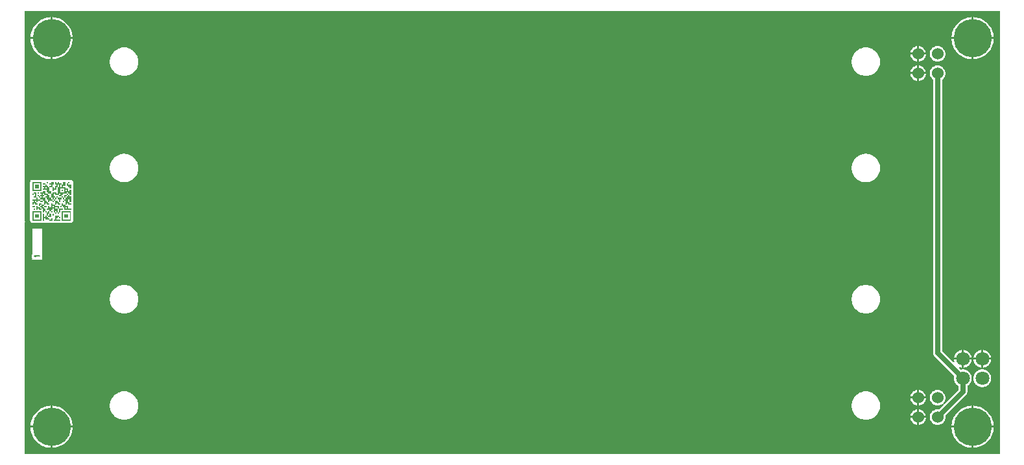
<source format=gtl>
G04 Layer: TopLayer*
G04 EasyEDA v6.5.29, 2023-07-09 11:22:14*
G04 cfc9732f681849a493c23aee7f3b8659,5a6b42c53f6a479593ecc07194224c93,10*
G04 Gerber Generator version 0.2*
G04 Scale: 100 percent, Rotated: No, Reflected: No *
G04 Dimensions in millimeters *
G04 leading zeros omitted , absolute positions ,4 integer and 5 decimal *
%FSLAX45Y45*%
%MOMM*%

%ADD10C,0.1524*%
%ADD11C,0.6350*%
%ADD12C,5.0000*%
%ADD13C,1.5240*%
%ADD14C,1.8000*%
%ADD15C,0.0168*%

%LPD*%
G36*
X12752781Y25908D02*
G01*
X36068Y26416D01*
X32156Y27178D01*
X28905Y29362D01*
X26670Y32664D01*
X25908Y36576D01*
X25908Y2555240D01*
X26670Y2559151D01*
X28905Y2562402D01*
X32156Y2564638D01*
X36068Y2565400D01*
X32156Y2566162D01*
X28905Y2568397D01*
X26670Y2571648D01*
X25908Y2575560D01*
X25908Y3050540D01*
X26670Y3054451D01*
X28905Y3057702D01*
X32156Y3059938D01*
X36068Y3060700D01*
X32156Y3061462D01*
X28905Y3063697D01*
X26670Y3066948D01*
X25908Y3070860D01*
X25908Y5805932D01*
X26670Y5809843D01*
X28905Y5813094D01*
X32156Y5815330D01*
X36068Y5816092D01*
X12752832Y5816092D01*
X12756692Y5815330D01*
X12759994Y5813094D01*
X12762179Y5809843D01*
X12762992Y5805932D01*
X12762992Y36068D01*
X12762179Y32156D01*
X12759994Y28905D01*
X12756692Y26670D01*
G37*

%LPC*%
G36*
X393700Y5473700D02*
G01*
X656539Y5473700D01*
X654710Y5495594D01*
X650849Y5518353D01*
X645109Y5540756D01*
X637540Y5562549D01*
X628142Y5583682D01*
X616966Y5603900D01*
X604215Y5623153D01*
X589838Y5641289D01*
X574040Y5658104D01*
X556869Y5673598D01*
X538429Y5687568D01*
X518922Y5699912D01*
X498449Y5710631D01*
X477164Y5719572D01*
X455168Y5726734D01*
X432714Y5732018D01*
X409854Y5735370D01*
X393700Y5736386D01*
G37*
G36*
X12392406Y105562D02*
G01*
X12392406Y368300D01*
X12129719Y368300D01*
X12130176Y357936D01*
X12133072Y334975D01*
X12137847Y312369D01*
X12144552Y290271D01*
X12153036Y268782D01*
X12163348Y248107D01*
X12175286Y228346D01*
X12188901Y209651D01*
X12203988Y192125D01*
X12220498Y175971D01*
X12238278Y161239D01*
X12257278Y148031D01*
X12277293Y136499D01*
X12298172Y126644D01*
X12319863Y118618D01*
X12342114Y112369D01*
X12364770Y108051D01*
X12387783Y105664D01*
G37*
G36*
X12417806Y105613D02*
G01*
X12433960Y106629D01*
X12456820Y109982D01*
X12479274Y115265D01*
X12501270Y122428D01*
X12522555Y131368D01*
X12543028Y142087D01*
X12562535Y154432D01*
X12580975Y168402D01*
X12598146Y183896D01*
X12613944Y200710D01*
X12628321Y218846D01*
X12641072Y238099D01*
X12652248Y258317D01*
X12661646Y279450D01*
X12669215Y301244D01*
X12674955Y323646D01*
X12678816Y346405D01*
X12680645Y368300D01*
X12417806Y368300D01*
G37*
G36*
X393700Y105613D02*
G01*
X409854Y106629D01*
X432714Y109982D01*
X455168Y115265D01*
X477164Y122428D01*
X498449Y131368D01*
X518922Y142087D01*
X538429Y154432D01*
X556869Y168402D01*
X574040Y183896D01*
X589838Y200710D01*
X604215Y218846D01*
X616966Y238099D01*
X628142Y258317D01*
X637540Y279450D01*
X645109Y301244D01*
X650849Y323646D01*
X654710Y346405D01*
X656539Y368300D01*
X393700Y368300D01*
G37*
G36*
X12129719Y393700D02*
G01*
X12392406Y393700D01*
X12392406Y656437D01*
X12387783Y656336D01*
X12364770Y653948D01*
X12342114Y649630D01*
X12319863Y643382D01*
X12298172Y635355D01*
X12277293Y625500D01*
X12257278Y613968D01*
X12238278Y600760D01*
X12220498Y586028D01*
X12203988Y569874D01*
X12188901Y552399D01*
X12175286Y533704D01*
X12163348Y513892D01*
X12153036Y493217D01*
X12144552Y471728D01*
X12137847Y449630D01*
X12133072Y427024D01*
X12130176Y404114D01*
G37*
G36*
X105613Y393700D02*
G01*
X368300Y393700D01*
X368300Y656437D01*
X363677Y656336D01*
X340664Y653948D01*
X318008Y649630D01*
X295757Y643382D01*
X274066Y635355D01*
X253187Y625500D01*
X233171Y613968D01*
X214172Y600760D01*
X196392Y586028D01*
X179882Y569874D01*
X164795Y552399D01*
X151180Y533704D01*
X139242Y513892D01*
X128930Y493217D01*
X120446Y471728D01*
X113741Y449630D01*
X108966Y427024D01*
X106070Y404114D01*
G37*
G36*
X12417806Y393700D02*
G01*
X12680645Y393700D01*
X12678816Y415594D01*
X12674955Y438353D01*
X12669215Y460756D01*
X12661646Y482549D01*
X12652248Y503682D01*
X12641072Y523900D01*
X12628321Y543153D01*
X12613944Y561289D01*
X12598146Y578104D01*
X12580975Y593598D01*
X12562535Y607568D01*
X12543028Y619912D01*
X12522555Y630631D01*
X12501270Y639572D01*
X12479274Y646734D01*
X12456820Y652018D01*
X12433960Y655370D01*
X12417806Y656386D01*
G37*
G36*
X393700Y393700D02*
G01*
X656539Y393700D01*
X654710Y415594D01*
X650849Y438353D01*
X645109Y460756D01*
X637540Y482549D01*
X628142Y503682D01*
X616966Y523900D01*
X604215Y543153D01*
X589838Y561289D01*
X574040Y578104D01*
X556869Y593598D01*
X538429Y607568D01*
X518922Y619912D01*
X498449Y630631D01*
X477164Y639572D01*
X455168Y646734D01*
X432714Y652018D01*
X409854Y655370D01*
X393700Y656386D01*
G37*
G36*
X11941048Y406146D02*
G01*
X11954713Y406146D01*
X11968226Y407974D01*
X11981383Y411581D01*
X11993930Y416915D01*
X12005665Y423875D01*
X12016384Y432308D01*
X12025833Y442112D01*
X12033910Y453085D01*
X12040463Y465074D01*
X12045391Y477774D01*
X12048540Y491032D01*
X12049912Y504596D01*
X12049455Y518261D01*
X12048896Y521462D01*
X12048896Y524662D01*
X12049861Y527710D01*
X12051741Y530301D01*
X12318542Y797153D01*
X12324994Y804722D01*
X12329871Y812901D01*
X12333325Y821740D01*
X12335306Y831189D01*
X12335764Y838504D01*
X12335764Y910031D01*
X12336322Y913384D01*
X12337948Y916330D01*
X12340437Y918616D01*
X12346228Y922223D01*
X12357404Y931519D01*
X12367361Y942136D01*
X12375946Y953922D01*
X12382957Y966673D01*
X12388291Y980186D01*
X12391948Y994308D01*
X12393777Y1008735D01*
X12393777Y1023264D01*
X12391948Y1037742D01*
X12388291Y1051814D01*
X12382957Y1065326D01*
X12375946Y1078077D01*
X12367361Y1089863D01*
X12357404Y1100480D01*
X12346228Y1109776D01*
X12333935Y1117549D01*
X12320778Y1123746D01*
X12306909Y1128268D01*
X12292634Y1130960D01*
X12278106Y1131874D01*
X12263577Y1130960D01*
X12252960Y1128979D01*
X12249708Y1128877D01*
X12246559Y1129842D01*
X12243866Y1131773D01*
X12232690Y1142949D01*
X12230303Y1146759D01*
X12229744Y1151178D01*
X12231217Y1155446D01*
X12234316Y1158646D01*
X12238532Y1160221D01*
X12243003Y1159814D01*
X12249251Y1157732D01*
X12263577Y1155039D01*
X12265406Y1154938D01*
X12265406Y1257300D01*
X12163094Y1257300D01*
X12164263Y1248308D01*
X12167768Y1234592D01*
X12167920Y1230223D01*
X12166193Y1226159D01*
X12162942Y1223264D01*
X12158776Y1221943D01*
X12154458Y1222502D01*
X12150750Y1224889D01*
X12008510Y1367129D01*
X12006326Y1370380D01*
X12005564Y1374292D01*
X12005564Y4914646D01*
X12006021Y4917643D01*
X12007342Y4920386D01*
X12009424Y4922621D01*
X12016384Y4928108D01*
X12025833Y4937912D01*
X12033910Y4948885D01*
X12040463Y4960874D01*
X12045391Y4973574D01*
X12048540Y4986832D01*
X12049912Y5000396D01*
X12049455Y5014061D01*
X12047169Y5027472D01*
X12043156Y5040528D01*
X12037415Y5052872D01*
X12030049Y5064353D01*
X12021261Y5074767D01*
X12011152Y5083962D01*
X11999925Y5091633D01*
X11987733Y5097830D01*
X11974830Y5102301D01*
X11961469Y5104993D01*
X11947906Y5105908D01*
X11934291Y5104993D01*
X11920931Y5102301D01*
X11908028Y5097830D01*
X11895836Y5091633D01*
X11884609Y5083962D01*
X11874500Y5074767D01*
X11865711Y5064353D01*
X11858345Y5052872D01*
X11852605Y5040528D01*
X11848592Y5027472D01*
X11846306Y5014061D01*
X11845848Y5000396D01*
X11847220Y4986832D01*
X11850370Y4973574D01*
X11855297Y4960874D01*
X11861850Y4948885D01*
X11869928Y4937912D01*
X11879427Y4928108D01*
X11886387Y4922621D01*
X11888470Y4920386D01*
X11889790Y4917643D01*
X11890248Y4914646D01*
X11890248Y1346606D01*
X11891060Y1336700D01*
X11893397Y1327505D01*
X11897207Y1318768D01*
X11902490Y1310690D01*
X11907367Y1305204D01*
X12162332Y1050239D01*
X12164314Y1047394D01*
X12165228Y1043990D01*
X12164974Y1040536D01*
X12164263Y1037742D01*
X12162434Y1023264D01*
X12162434Y1008735D01*
X12164263Y994308D01*
X12167870Y980186D01*
X12173254Y966673D01*
X12180265Y953922D01*
X12188799Y942136D01*
X12198756Y931519D01*
X12209983Y922223D01*
X12215723Y918616D01*
X12218212Y916330D01*
X12219889Y913384D01*
X12220448Y910031D01*
X12220448Y866292D01*
X12219635Y862380D01*
X12217450Y859129D01*
X12041073Y682752D01*
X12037466Y680415D01*
X12033199Y679754D01*
X12030354Y680618D01*
X12031167Y677875D01*
X12030557Y673557D01*
X12028220Y669899D01*
X11970359Y612038D01*
X11966752Y609701D01*
X11962485Y609092D01*
X11947855Y610108D01*
X11934291Y609193D01*
X11920931Y606501D01*
X11908028Y602030D01*
X11895836Y595833D01*
X11884609Y588162D01*
X11874500Y578967D01*
X11865711Y568553D01*
X11858345Y557072D01*
X11852605Y544728D01*
X11848592Y531672D01*
X11846306Y518261D01*
X11845848Y504596D01*
X11847220Y491032D01*
X11850370Y477774D01*
X11855297Y465074D01*
X11861850Y453085D01*
X11869928Y442112D01*
X11879427Y432308D01*
X11890095Y423875D01*
X11901830Y416915D01*
X11914378Y411581D01*
X11927535Y407974D01*
G37*
G36*
X11681206Y406958D02*
G01*
X11681206Y495300D01*
X11592814Y495300D01*
X11593220Y491032D01*
X11596370Y477774D01*
X11601297Y465074D01*
X11607850Y453085D01*
X11615928Y442112D01*
X11625427Y432308D01*
X11636095Y423875D01*
X11647830Y416915D01*
X11660378Y411581D01*
X11673535Y407974D01*
G37*
G36*
X11706606Y406958D02*
G01*
X11714226Y407974D01*
X11727383Y411581D01*
X11739930Y416915D01*
X11751665Y423875D01*
X11762384Y432308D01*
X11771833Y442112D01*
X11779910Y453085D01*
X11786463Y465074D01*
X11791391Y477774D01*
X11794540Y491032D01*
X11794998Y495300D01*
X11706606Y495300D01*
G37*
G36*
X11001095Y472744D02*
G01*
X11019942Y472744D01*
X11038687Y474624D01*
X11057128Y478434D01*
X11075060Y484073D01*
X11092383Y491490D01*
X11108842Y500634D01*
X11124285Y511403D01*
X11138611Y523646D01*
X11151565Y537311D01*
X11163096Y552196D01*
X11173053Y568198D01*
X11181334Y585063D01*
X11187887Y602742D01*
X11192611Y620979D01*
X11195456Y639572D01*
X11196421Y658368D01*
X11195456Y677214D01*
X11192611Y695807D01*
X11187887Y714044D01*
X11181334Y731723D01*
X11173053Y748588D01*
X11163096Y764590D01*
X11151565Y779475D01*
X11138611Y793140D01*
X11124285Y805383D01*
X11108842Y816152D01*
X11092383Y825296D01*
X11075060Y832713D01*
X11057128Y838352D01*
X11038687Y842162D01*
X11019942Y844042D01*
X11001095Y844042D01*
X10982350Y842162D01*
X10963910Y838352D01*
X10945977Y832713D01*
X10928654Y825296D01*
X10912195Y816152D01*
X10896752Y805383D01*
X10882426Y793140D01*
X10869472Y779475D01*
X10857941Y764590D01*
X10847984Y748588D01*
X10839704Y731723D01*
X10833150Y714044D01*
X10828426Y695807D01*
X10825581Y677214D01*
X10824616Y658368D01*
X10825581Y639572D01*
X10828426Y620979D01*
X10833150Y602742D01*
X10839704Y585063D01*
X10847984Y568198D01*
X10857941Y552196D01*
X10869472Y537311D01*
X10882426Y523646D01*
X10896752Y511403D01*
X10912195Y500634D01*
X10928654Y491490D01*
X10945977Y484073D01*
X10963910Y478434D01*
X10982350Y474624D01*
G37*
G36*
X1317955Y472744D02*
G01*
X1336751Y472744D01*
X1355496Y474624D01*
X1373936Y478434D01*
X1391920Y484073D01*
X1409242Y491490D01*
X1425702Y500634D01*
X1441145Y511403D01*
X1455420Y523646D01*
X1468424Y537311D01*
X1479905Y552196D01*
X1489913Y568198D01*
X1498193Y585063D01*
X1504746Y602742D01*
X1509420Y620979D01*
X1512316Y639572D01*
X1513230Y658368D01*
X1512316Y677214D01*
X1509420Y695807D01*
X1504746Y714044D01*
X1498193Y731723D01*
X1489913Y748588D01*
X1479905Y764590D01*
X1468424Y779475D01*
X1455420Y793140D01*
X1441145Y805383D01*
X1425702Y816152D01*
X1409242Y825296D01*
X1391920Y832713D01*
X1373936Y838352D01*
X1355496Y842162D01*
X1336751Y844042D01*
X1317955Y844042D01*
X1299210Y842162D01*
X1280769Y838352D01*
X1262786Y832713D01*
X1245463Y825296D01*
X1229004Y816152D01*
X1213561Y805383D01*
X1199286Y793140D01*
X1186281Y779475D01*
X1174800Y764590D01*
X1164793Y748588D01*
X1156512Y731723D01*
X1149959Y714044D01*
X1145286Y695807D01*
X1142390Y677214D01*
X1141476Y658368D01*
X1142390Y639572D01*
X1145286Y620979D01*
X1149959Y602742D01*
X1156512Y585063D01*
X1164793Y568198D01*
X1174800Y552196D01*
X1186281Y537311D01*
X1199286Y523646D01*
X1213561Y511403D01*
X1229004Y500634D01*
X1245463Y491490D01*
X1262786Y484073D01*
X1280769Y478434D01*
X1299210Y474624D01*
G37*
G36*
X11592712Y520700D02*
G01*
X11681206Y520700D01*
X11681206Y609244D01*
X11666931Y606501D01*
X11654028Y602030D01*
X11641836Y595833D01*
X11630609Y588162D01*
X11620500Y578967D01*
X11611711Y568553D01*
X11604345Y557072D01*
X11598605Y544728D01*
X11594592Y531672D01*
G37*
G36*
X11706606Y520700D02*
G01*
X11795048Y520700D01*
X11793169Y531672D01*
X11789156Y544728D01*
X11783415Y557072D01*
X11776049Y568553D01*
X11767261Y578967D01*
X11757152Y588162D01*
X11745925Y595833D01*
X11733733Y602030D01*
X11720830Y606501D01*
X11706606Y609244D01*
G37*
G36*
X12417806Y5473700D02*
G01*
X12680645Y5473700D01*
X12678816Y5495594D01*
X12674955Y5518353D01*
X12669215Y5540756D01*
X12661646Y5562549D01*
X12652248Y5583682D01*
X12641072Y5603900D01*
X12628321Y5623153D01*
X12613944Y5641289D01*
X12598146Y5658104D01*
X12580975Y5673598D01*
X12562535Y5687568D01*
X12543028Y5699912D01*
X12522555Y5710631D01*
X12501270Y5719572D01*
X12479274Y5726734D01*
X12456820Y5732018D01*
X12433960Y5735370D01*
X12417806Y5736386D01*
G37*
G36*
X11941048Y660146D02*
G01*
X11954713Y660146D01*
X11968226Y661974D01*
X11981383Y665581D01*
X11993930Y670915D01*
X12005665Y677875D01*
X12014758Y685038D01*
X12018670Y686917D01*
X12023039Y687019D01*
X12024614Y686358D01*
X12023953Y687679D01*
X12023953Y691997D01*
X12025731Y695960D01*
X12033910Y707085D01*
X12040463Y719074D01*
X12045391Y731774D01*
X12048540Y745032D01*
X12049912Y758596D01*
X12049455Y772261D01*
X12047169Y785672D01*
X12043156Y798728D01*
X12037415Y811072D01*
X12030049Y822553D01*
X12021261Y832967D01*
X12011152Y842162D01*
X11999925Y849833D01*
X11987733Y856030D01*
X11974830Y860501D01*
X11961469Y863193D01*
X11947906Y864108D01*
X11934291Y863193D01*
X11920931Y860501D01*
X11908028Y856030D01*
X11895836Y849833D01*
X11884609Y842162D01*
X11874500Y832967D01*
X11865711Y822553D01*
X11858345Y811072D01*
X11852605Y798728D01*
X11848592Y785672D01*
X11846306Y772261D01*
X11845848Y758596D01*
X11847220Y745032D01*
X11850370Y731774D01*
X11855297Y719074D01*
X11861850Y707085D01*
X11869928Y696112D01*
X11879427Y686308D01*
X11890095Y677875D01*
X11901830Y670915D01*
X11914378Y665581D01*
X11927535Y661974D01*
G37*
G36*
X11681206Y660958D02*
G01*
X11681206Y749300D01*
X11592814Y749300D01*
X11593220Y745032D01*
X11596370Y731774D01*
X11601297Y719074D01*
X11607850Y707085D01*
X11615928Y696112D01*
X11625427Y686308D01*
X11636095Y677875D01*
X11647830Y670915D01*
X11660378Y665581D01*
X11673535Y661974D01*
G37*
G36*
X11706606Y660958D02*
G01*
X11714226Y661974D01*
X11727383Y665581D01*
X11739930Y670915D01*
X11751665Y677875D01*
X11762384Y686308D01*
X11771833Y696112D01*
X11779910Y707085D01*
X11786463Y719074D01*
X11791391Y731774D01*
X11794540Y745032D01*
X11794998Y749300D01*
X11706606Y749300D01*
G37*
G36*
X105613Y5473700D02*
G01*
X368300Y5473700D01*
X368300Y5736437D01*
X363677Y5736336D01*
X340664Y5733948D01*
X318008Y5729630D01*
X295757Y5723382D01*
X274066Y5715355D01*
X253187Y5705500D01*
X233171Y5693968D01*
X214172Y5680760D01*
X196392Y5666028D01*
X179882Y5649874D01*
X164795Y5632399D01*
X151180Y5613704D01*
X139242Y5593892D01*
X128930Y5573217D01*
X120446Y5551728D01*
X113741Y5529630D01*
X108966Y5507024D01*
X106070Y5484114D01*
G37*
G36*
X12129719Y5473700D02*
G01*
X12392406Y5473700D01*
X12392406Y5736437D01*
X12387783Y5736336D01*
X12364770Y5733948D01*
X12342114Y5729630D01*
X12319863Y5723382D01*
X12298172Y5715355D01*
X12277293Y5705500D01*
X12257278Y5693968D01*
X12238278Y5680760D01*
X12220498Y5666028D01*
X12203988Y5649874D01*
X12188901Y5632399D01*
X12175286Y5613704D01*
X12163348Y5593892D01*
X12153036Y5573217D01*
X12144552Y5551728D01*
X12137847Y5529630D01*
X12133072Y5507024D01*
X12130176Y5484114D01*
G37*
G36*
X11706606Y774700D02*
G01*
X11795048Y774700D01*
X11793169Y785672D01*
X11789156Y798728D01*
X11783415Y811072D01*
X11776049Y822553D01*
X11767261Y832967D01*
X11757152Y842162D01*
X11745925Y849833D01*
X11733733Y856030D01*
X11720830Y860501D01*
X11706606Y863244D01*
G37*
G36*
X11592712Y774700D02*
G01*
X11681206Y774700D01*
X11681206Y863244D01*
X11666931Y860501D01*
X11654028Y856030D01*
X11641836Y849833D01*
X11630609Y842162D01*
X11620500Y832967D01*
X11611711Y822553D01*
X11604345Y811072D01*
X11598605Y798728D01*
X11594592Y785672D01*
G37*
G36*
X12532106Y900125D02*
G01*
X12546634Y901039D01*
X12560909Y903732D01*
X12574778Y908253D01*
X12587935Y914450D01*
X12600228Y922223D01*
X12611404Y931519D01*
X12621361Y942136D01*
X12629946Y953922D01*
X12636957Y966673D01*
X12642291Y980186D01*
X12645948Y994308D01*
X12647777Y1008735D01*
X12647777Y1023264D01*
X12645948Y1037742D01*
X12642291Y1051814D01*
X12636957Y1065326D01*
X12629946Y1078077D01*
X12621361Y1089863D01*
X12611404Y1100480D01*
X12600228Y1109776D01*
X12587935Y1117549D01*
X12574778Y1123746D01*
X12560909Y1128268D01*
X12546634Y1130960D01*
X12532106Y1131874D01*
X12517577Y1130960D01*
X12503251Y1128268D01*
X12489434Y1123746D01*
X12476276Y1117549D01*
X12463983Y1109776D01*
X12452756Y1100480D01*
X12442799Y1089863D01*
X12434265Y1078077D01*
X12427254Y1065326D01*
X12421870Y1051814D01*
X12418263Y1037742D01*
X12416434Y1023264D01*
X12416434Y1008735D01*
X12418263Y994308D01*
X12421870Y980186D01*
X12427254Y966673D01*
X12434265Y953922D01*
X12442799Y942136D01*
X12452756Y931519D01*
X12463983Y922223D01*
X12476276Y914450D01*
X12489434Y908253D01*
X12503251Y903732D01*
X12517577Y901039D01*
G37*
G36*
X11706606Y5270500D02*
G01*
X11795048Y5270500D01*
X11793169Y5281472D01*
X11789156Y5294528D01*
X11783415Y5306872D01*
X11776049Y5318353D01*
X11767261Y5328767D01*
X11757152Y5337962D01*
X11745925Y5345633D01*
X11733733Y5351830D01*
X11720830Y5356301D01*
X11706606Y5359044D01*
G37*
G36*
X12519406Y1154938D02*
G01*
X12519406Y1257300D01*
X12417094Y1257300D01*
X12418263Y1248308D01*
X12421870Y1234186D01*
X12427254Y1220673D01*
X12434265Y1207922D01*
X12442799Y1196136D01*
X12452756Y1185519D01*
X12463983Y1176223D01*
X12476276Y1168450D01*
X12489434Y1162253D01*
X12503251Y1157732D01*
X12517577Y1155039D01*
G37*
G36*
X12290806Y1154938D02*
G01*
X12292634Y1155039D01*
X12306909Y1157732D01*
X12320778Y1162253D01*
X12333935Y1168450D01*
X12346228Y1176223D01*
X12357404Y1185519D01*
X12367361Y1196136D01*
X12375946Y1207922D01*
X12382957Y1220673D01*
X12388291Y1234186D01*
X12391948Y1248308D01*
X12393066Y1257300D01*
X12290806Y1257300D01*
G37*
G36*
X12544806Y1154938D02*
G01*
X12546634Y1155039D01*
X12560909Y1157732D01*
X12574778Y1162253D01*
X12587935Y1168450D01*
X12600228Y1176223D01*
X12611404Y1185519D01*
X12621361Y1196136D01*
X12629946Y1207922D01*
X12636957Y1220673D01*
X12642291Y1234186D01*
X12645948Y1248308D01*
X12647066Y1257300D01*
X12544806Y1257300D01*
G37*
G36*
X11592712Y5270500D02*
G01*
X11681206Y5270500D01*
X11681206Y5359044D01*
X11666931Y5356301D01*
X11654028Y5351830D01*
X11641836Y5345633D01*
X11630609Y5337962D01*
X11620500Y5328767D01*
X11611711Y5318353D01*
X11604345Y5306872D01*
X11598605Y5294528D01*
X11594592Y5281472D01*
G37*
G36*
X368300Y105562D02*
G01*
X368300Y368300D01*
X105613Y368300D01*
X106070Y357936D01*
X108966Y334975D01*
X113741Y312369D01*
X120446Y290271D01*
X128930Y268782D01*
X139242Y248107D01*
X151180Y228346D01*
X164795Y209651D01*
X179882Y192125D01*
X196392Y175971D01*
X214172Y161239D01*
X233171Y148031D01*
X253187Y136499D01*
X274066Y126644D01*
X295757Y118618D01*
X318008Y112369D01*
X340664Y108051D01*
X363677Y105664D01*
G37*
G36*
X12417094Y1282700D02*
G01*
X12519406Y1282700D01*
X12519406Y1385112D01*
X12517577Y1384960D01*
X12503251Y1382268D01*
X12489434Y1377746D01*
X12476276Y1371549D01*
X12463983Y1363776D01*
X12452756Y1354480D01*
X12442799Y1343863D01*
X12434265Y1332077D01*
X12427254Y1319326D01*
X12421870Y1305814D01*
X12418263Y1291742D01*
G37*
G36*
X12290806Y1282700D02*
G01*
X12393066Y1282700D01*
X12391948Y1291742D01*
X12388291Y1305814D01*
X12382957Y1319326D01*
X12375946Y1332077D01*
X12367361Y1343863D01*
X12357404Y1354480D01*
X12346228Y1363776D01*
X12333935Y1371549D01*
X12320778Y1377746D01*
X12306909Y1382268D01*
X12292634Y1384960D01*
X12290806Y1385112D01*
G37*
G36*
X12544806Y1282700D02*
G01*
X12647066Y1282700D01*
X12645948Y1291742D01*
X12642291Y1305814D01*
X12636957Y1319326D01*
X12629946Y1332077D01*
X12621361Y1343863D01*
X12611404Y1354480D01*
X12600228Y1363776D01*
X12587935Y1371549D01*
X12574778Y1377746D01*
X12560909Y1382268D01*
X12546634Y1384960D01*
X12544806Y1385112D01*
G37*
G36*
X12163094Y1282700D02*
G01*
X12265406Y1282700D01*
X12265406Y1385112D01*
X12263577Y1384960D01*
X12249251Y1382268D01*
X12235434Y1377746D01*
X12222276Y1371549D01*
X12209983Y1363776D01*
X12198756Y1354480D01*
X12188799Y1343863D01*
X12180265Y1332077D01*
X12173254Y1319326D01*
X12167870Y1305814D01*
X12164263Y1291742D01*
G37*
G36*
X11001095Y1862734D02*
G01*
X11019942Y1862734D01*
X11038687Y1864614D01*
X11057128Y1868424D01*
X11075060Y1874062D01*
X11092383Y1881479D01*
X11108842Y1890623D01*
X11124285Y1901393D01*
X11138611Y1913636D01*
X11151565Y1927301D01*
X11163096Y1942185D01*
X11173053Y1958187D01*
X11181334Y1975053D01*
X11187887Y1992731D01*
X11192611Y2010968D01*
X11195456Y2029561D01*
X11196421Y2048357D01*
X11195456Y2067204D01*
X11192611Y2085797D01*
X11187887Y2104034D01*
X11181334Y2121712D01*
X11173053Y2138578D01*
X11163096Y2154580D01*
X11151565Y2169464D01*
X11138611Y2183130D01*
X11124285Y2195372D01*
X11108842Y2206142D01*
X11092383Y2215286D01*
X11075060Y2222703D01*
X11057128Y2228342D01*
X11038687Y2232152D01*
X11019942Y2234031D01*
X11001095Y2234031D01*
X10982350Y2232152D01*
X10963910Y2228342D01*
X10945977Y2222703D01*
X10928654Y2215286D01*
X10912195Y2206142D01*
X10896752Y2195372D01*
X10882426Y2183130D01*
X10869472Y2169464D01*
X10857941Y2154580D01*
X10847984Y2138578D01*
X10839704Y2121712D01*
X10833150Y2104034D01*
X10828426Y2085797D01*
X10825581Y2067204D01*
X10824616Y2048357D01*
X10825581Y2029561D01*
X10828426Y2010968D01*
X10833150Y1992731D01*
X10839704Y1975053D01*
X10847984Y1958187D01*
X10857941Y1942185D01*
X10869472Y1927301D01*
X10882426Y1913636D01*
X10896752Y1901393D01*
X10912195Y1890623D01*
X10928654Y1881479D01*
X10945977Y1874062D01*
X10963910Y1868424D01*
X10982350Y1864614D01*
G37*
G36*
X1317955Y1862734D02*
G01*
X1336751Y1862734D01*
X1355496Y1864614D01*
X1373936Y1868424D01*
X1391920Y1874062D01*
X1409242Y1881479D01*
X1425702Y1890623D01*
X1441145Y1901393D01*
X1455420Y1913636D01*
X1468424Y1927301D01*
X1479905Y1942185D01*
X1489913Y1958187D01*
X1498193Y1975053D01*
X1504746Y1992731D01*
X1509420Y2010968D01*
X1512316Y2029561D01*
X1513230Y2048357D01*
X1512316Y2067204D01*
X1509420Y2085797D01*
X1504746Y2104034D01*
X1498193Y2121712D01*
X1489913Y2138578D01*
X1479905Y2154580D01*
X1468424Y2169464D01*
X1455420Y2183130D01*
X1441145Y2195372D01*
X1425702Y2206142D01*
X1409242Y2215286D01*
X1391920Y2222703D01*
X1373936Y2228342D01*
X1355496Y2232152D01*
X1336751Y2234031D01*
X1317955Y2234031D01*
X1299210Y2232152D01*
X1280769Y2228342D01*
X1262786Y2222703D01*
X1245463Y2215286D01*
X1229004Y2206142D01*
X1213561Y2195372D01*
X1199286Y2183130D01*
X1186281Y2169464D01*
X1174800Y2154580D01*
X1164793Y2138578D01*
X1156512Y2121712D01*
X1149959Y2104034D01*
X1145286Y2085797D01*
X1142390Y2067204D01*
X1141476Y2048357D01*
X1142390Y2029561D01*
X1145286Y2010968D01*
X1149959Y1992731D01*
X1156512Y1975053D01*
X1164793Y1958187D01*
X1174800Y1942185D01*
X1186281Y1927301D01*
X1199286Y1913636D01*
X1213561Y1901393D01*
X1229004Y1890623D01*
X1245463Y1881479D01*
X1262786Y1874062D01*
X1280769Y1868424D01*
X1299210Y1864614D01*
G37*
G36*
X116839Y2565400D02*
G01*
X252984Y2565400D01*
X254000Y2566416D01*
X254000Y2579065D01*
X254406Y2581859D01*
X255676Y2584653D01*
X257606Y2590139D01*
X258317Y2596438D01*
X258317Y2626563D01*
X257606Y2632862D01*
X254406Y2641142D01*
X254000Y2643936D01*
X254000Y2970784D01*
X252984Y2971800D01*
X128016Y2971800D01*
X127000Y2970784D01*
X127000Y2639822D01*
X126441Y2636469D01*
X125171Y2632862D01*
X124460Y2626563D01*
X124460Y2596438D01*
X125171Y2590139D01*
X126441Y2586532D01*
X127000Y2583180D01*
X127000Y2575560D01*
X126237Y2571648D01*
X124002Y2568397D01*
X120751Y2566162D01*
G37*
G36*
X127558Y3050438D02*
G01*
X634441Y3050438D01*
X640791Y3051149D01*
X646226Y3053080D01*
X651103Y3056128D01*
X655218Y3060242D01*
X658317Y3065119D01*
X660196Y3070606D01*
X660908Y3076905D01*
X660908Y3583787D01*
X660196Y3590086D01*
X658317Y3595573D01*
X655218Y3600450D01*
X651103Y3604564D01*
X646226Y3607612D01*
X640791Y3609543D01*
X634441Y3610254D01*
X127558Y3610254D01*
X121259Y3609543D01*
X115062Y3607358D01*
X111709Y3606800D01*
X102616Y3606800D01*
X101600Y3605784D01*
X101549Y3587648D01*
X101092Y3583787D01*
X101092Y3076803D01*
X101549Y3071774D01*
X101092Y3067608D01*
X98958Y3064002D01*
X95554Y3061563D01*
X91440Y3060700D01*
X102108Y3060700D01*
X106019Y3059938D01*
X109321Y3057702D01*
X110896Y3056128D01*
X115773Y3053080D01*
X121259Y3051149D01*
G37*
G36*
X11001095Y3578555D02*
G01*
X11019942Y3578555D01*
X11038687Y3580434D01*
X11057128Y3584244D01*
X11075060Y3589883D01*
X11092383Y3597300D01*
X11108842Y3606444D01*
X11124285Y3617214D01*
X11138611Y3629456D01*
X11151565Y3643122D01*
X11163096Y3658006D01*
X11173053Y3674008D01*
X11181334Y3690874D01*
X11187887Y3708552D01*
X11192611Y3726789D01*
X11195456Y3745382D01*
X11196421Y3764178D01*
X11195456Y3783025D01*
X11192611Y3801618D01*
X11187887Y3819855D01*
X11181334Y3837533D01*
X11173053Y3854399D01*
X11163096Y3870401D01*
X11151565Y3885285D01*
X11138611Y3898950D01*
X11124285Y3911193D01*
X11108842Y3921963D01*
X11092383Y3931107D01*
X11075060Y3938524D01*
X11057128Y3944162D01*
X11038687Y3947972D01*
X11019942Y3949852D01*
X11001095Y3949852D01*
X10982350Y3947972D01*
X10963910Y3944162D01*
X10945977Y3938524D01*
X10928654Y3931107D01*
X10912195Y3921963D01*
X10896752Y3911193D01*
X10882426Y3898950D01*
X10869472Y3885285D01*
X10857941Y3870401D01*
X10847984Y3854399D01*
X10839704Y3837533D01*
X10833150Y3819855D01*
X10828426Y3801618D01*
X10825581Y3783025D01*
X10824616Y3764178D01*
X10825581Y3745382D01*
X10828426Y3726789D01*
X10833150Y3708552D01*
X10839704Y3690874D01*
X10847984Y3674008D01*
X10857941Y3658006D01*
X10869472Y3643122D01*
X10882426Y3629456D01*
X10896752Y3617214D01*
X10912195Y3606444D01*
X10928654Y3597300D01*
X10945977Y3589883D01*
X10963910Y3584244D01*
X10982350Y3580434D01*
G37*
G36*
X1317955Y3578555D02*
G01*
X1336751Y3578555D01*
X1355496Y3580434D01*
X1373936Y3584244D01*
X1391920Y3589883D01*
X1409242Y3597300D01*
X1425702Y3606444D01*
X1441145Y3617214D01*
X1455420Y3629456D01*
X1468424Y3643122D01*
X1479905Y3658006D01*
X1489913Y3674008D01*
X1498193Y3690874D01*
X1504746Y3708552D01*
X1509420Y3726789D01*
X1512316Y3745382D01*
X1513230Y3764178D01*
X1512316Y3783025D01*
X1509420Y3801618D01*
X1504746Y3819855D01*
X1498193Y3837533D01*
X1489913Y3854399D01*
X1479905Y3870401D01*
X1468424Y3885285D01*
X1455420Y3898950D01*
X1441145Y3911193D01*
X1425702Y3921963D01*
X1409242Y3931107D01*
X1391920Y3938524D01*
X1373936Y3944162D01*
X1355496Y3947972D01*
X1336751Y3949852D01*
X1317955Y3949852D01*
X1299210Y3947972D01*
X1280769Y3944162D01*
X1262786Y3938524D01*
X1245463Y3931107D01*
X1229004Y3921963D01*
X1213561Y3911193D01*
X1199286Y3898950D01*
X1186281Y3885285D01*
X1174800Y3870401D01*
X1164793Y3854399D01*
X1156512Y3837533D01*
X1149959Y3819855D01*
X1145286Y3801618D01*
X1142390Y3783025D01*
X1141476Y3764178D01*
X1142390Y3745382D01*
X1145286Y3726789D01*
X1149959Y3708552D01*
X1156512Y3690874D01*
X1164793Y3674008D01*
X1174800Y3658006D01*
X1186281Y3643122D01*
X1199286Y3629456D01*
X1213561Y3617214D01*
X1229004Y3606444D01*
X1245463Y3597300D01*
X1262786Y3589883D01*
X1280769Y3584244D01*
X1299210Y3580434D01*
G37*
G36*
X11681206Y4902758D02*
G01*
X11681206Y4991100D01*
X11592814Y4991100D01*
X11593220Y4986832D01*
X11596370Y4973574D01*
X11601297Y4960874D01*
X11607850Y4948885D01*
X11615928Y4937912D01*
X11625427Y4928108D01*
X11636095Y4919675D01*
X11647830Y4912715D01*
X11660378Y4907381D01*
X11673535Y4903774D01*
G37*
G36*
X11706606Y4902758D02*
G01*
X11714226Y4903774D01*
X11727383Y4907381D01*
X11739930Y4912715D01*
X11751665Y4919675D01*
X11762384Y4928108D01*
X11771833Y4937912D01*
X11779910Y4948885D01*
X11786463Y4960874D01*
X11791391Y4973574D01*
X11794540Y4986832D01*
X11794998Y4991100D01*
X11706606Y4991100D01*
G37*
G36*
X11001095Y4968544D02*
G01*
X11019942Y4968544D01*
X11038687Y4970424D01*
X11057128Y4974234D01*
X11075060Y4979873D01*
X11092383Y4987290D01*
X11108842Y4996434D01*
X11124285Y5007203D01*
X11138611Y5019446D01*
X11151565Y5033111D01*
X11163096Y5047996D01*
X11173053Y5063998D01*
X11181334Y5080863D01*
X11187887Y5098542D01*
X11192611Y5116779D01*
X11195456Y5135372D01*
X11196421Y5154168D01*
X11195456Y5173014D01*
X11192611Y5191607D01*
X11187887Y5209844D01*
X11181334Y5227523D01*
X11173053Y5244388D01*
X11163096Y5260390D01*
X11151565Y5275275D01*
X11138611Y5288940D01*
X11124285Y5301183D01*
X11108842Y5311952D01*
X11092383Y5321096D01*
X11075060Y5328513D01*
X11057128Y5334152D01*
X11038687Y5337962D01*
X11019942Y5339842D01*
X11001095Y5339842D01*
X10982350Y5337962D01*
X10963910Y5334152D01*
X10945977Y5328513D01*
X10928654Y5321096D01*
X10912195Y5311952D01*
X10896752Y5301183D01*
X10882426Y5288940D01*
X10869472Y5275275D01*
X10857941Y5260390D01*
X10847984Y5244388D01*
X10839704Y5227523D01*
X10833150Y5209844D01*
X10828426Y5191607D01*
X10825581Y5173014D01*
X10824616Y5154168D01*
X10825581Y5135372D01*
X10828426Y5116779D01*
X10833150Y5098542D01*
X10839704Y5080863D01*
X10847984Y5063998D01*
X10857941Y5047996D01*
X10869472Y5033111D01*
X10882426Y5019446D01*
X10896752Y5007203D01*
X10912195Y4996434D01*
X10928654Y4987290D01*
X10945977Y4979873D01*
X10963910Y4974234D01*
X10982350Y4970424D01*
G37*
G36*
X1317955Y4968544D02*
G01*
X1336751Y4968544D01*
X1355496Y4970424D01*
X1373936Y4974234D01*
X1391920Y4979873D01*
X1409242Y4987290D01*
X1425702Y4996434D01*
X1441145Y5007203D01*
X1455420Y5019446D01*
X1468424Y5033111D01*
X1479905Y5047996D01*
X1489913Y5063998D01*
X1498193Y5080863D01*
X1504746Y5098542D01*
X1509420Y5116779D01*
X1512316Y5135372D01*
X1513230Y5154168D01*
X1512316Y5173014D01*
X1509420Y5191607D01*
X1504746Y5209844D01*
X1498193Y5227523D01*
X1489913Y5244388D01*
X1479905Y5260390D01*
X1468424Y5275275D01*
X1455420Y5288940D01*
X1441145Y5301183D01*
X1425702Y5311952D01*
X1409242Y5321096D01*
X1391920Y5328513D01*
X1373936Y5334152D01*
X1355496Y5337962D01*
X1336751Y5339842D01*
X1317955Y5339842D01*
X1299210Y5337962D01*
X1280769Y5334152D01*
X1262786Y5328513D01*
X1245463Y5321096D01*
X1229004Y5311952D01*
X1213561Y5301183D01*
X1199286Y5288940D01*
X1186281Y5275275D01*
X1174800Y5260390D01*
X1164793Y5244388D01*
X1156512Y5227523D01*
X1149959Y5209844D01*
X1145286Y5191607D01*
X1142390Y5173014D01*
X1141476Y5154168D01*
X1142390Y5135372D01*
X1145286Y5116779D01*
X1149959Y5098542D01*
X1156512Y5080863D01*
X1164793Y5063998D01*
X1174800Y5047996D01*
X1186281Y5033111D01*
X1199286Y5019446D01*
X1213561Y5007203D01*
X1229004Y4996434D01*
X1245463Y4987290D01*
X1262786Y4979873D01*
X1280769Y4974234D01*
X1299210Y4970424D01*
G37*
G36*
X11592712Y5016500D02*
G01*
X11681206Y5016500D01*
X11681206Y5105044D01*
X11666931Y5102301D01*
X11654028Y5097830D01*
X11641836Y5091633D01*
X11630609Y5083962D01*
X11620500Y5074767D01*
X11611711Y5064353D01*
X11604345Y5052872D01*
X11598605Y5040528D01*
X11594592Y5027472D01*
G37*
G36*
X11706606Y5016500D02*
G01*
X11795048Y5016500D01*
X11793169Y5027472D01*
X11789156Y5040528D01*
X11783415Y5052872D01*
X11776049Y5064353D01*
X11767261Y5074767D01*
X11757152Y5083962D01*
X11745925Y5091633D01*
X11733733Y5097830D01*
X11720830Y5102301D01*
X11706606Y5105044D01*
G37*
G36*
X11941048Y5155946D02*
G01*
X11954713Y5155946D01*
X11968226Y5157774D01*
X11981383Y5161381D01*
X11993930Y5166715D01*
X12005665Y5173675D01*
X12016384Y5182108D01*
X12025833Y5191912D01*
X12033910Y5202885D01*
X12040463Y5214874D01*
X12045391Y5227574D01*
X12048540Y5240832D01*
X12049912Y5254396D01*
X12049455Y5268061D01*
X12047169Y5281472D01*
X12043156Y5294528D01*
X12037415Y5306872D01*
X12030049Y5318353D01*
X12021261Y5328767D01*
X12011152Y5337962D01*
X11999925Y5345633D01*
X11987733Y5351830D01*
X11974830Y5356301D01*
X11961469Y5358993D01*
X11947906Y5359908D01*
X11934291Y5358993D01*
X11920931Y5356301D01*
X11908028Y5351830D01*
X11895836Y5345633D01*
X11884609Y5337962D01*
X11874500Y5328767D01*
X11865711Y5318353D01*
X11858345Y5306872D01*
X11852605Y5294528D01*
X11848592Y5281472D01*
X11846306Y5268061D01*
X11845848Y5254396D01*
X11847220Y5240832D01*
X11850370Y5227574D01*
X11855297Y5214874D01*
X11861850Y5202885D01*
X11869928Y5191912D01*
X11879427Y5182108D01*
X11890095Y5173675D01*
X11901830Y5166715D01*
X11914378Y5161381D01*
X11927535Y5157774D01*
G37*
G36*
X11681206Y5156758D02*
G01*
X11681206Y5245100D01*
X11592814Y5245100D01*
X11593220Y5240832D01*
X11596370Y5227574D01*
X11601297Y5214874D01*
X11607850Y5202885D01*
X11615928Y5191912D01*
X11625427Y5182108D01*
X11636095Y5173675D01*
X11647830Y5166715D01*
X11660378Y5161381D01*
X11673535Y5157774D01*
G37*
G36*
X11706606Y5156758D02*
G01*
X11714226Y5157774D01*
X11727383Y5161381D01*
X11739930Y5166715D01*
X11751665Y5173675D01*
X11762384Y5182108D01*
X11771833Y5191912D01*
X11779910Y5202885D01*
X11786463Y5214874D01*
X11791391Y5227574D01*
X11794540Y5240832D01*
X11794998Y5245100D01*
X11706606Y5245100D01*
G37*
G36*
X12392406Y5185562D02*
G01*
X12392406Y5448300D01*
X12129719Y5448300D01*
X12130176Y5437936D01*
X12133072Y5414975D01*
X12137847Y5392369D01*
X12144552Y5370271D01*
X12153036Y5348782D01*
X12163348Y5328107D01*
X12175286Y5308346D01*
X12188901Y5289651D01*
X12203988Y5272125D01*
X12220498Y5255971D01*
X12238278Y5241239D01*
X12257278Y5228031D01*
X12277293Y5216499D01*
X12298172Y5206644D01*
X12319863Y5198618D01*
X12342114Y5192369D01*
X12364770Y5188051D01*
X12387783Y5185664D01*
G37*
G36*
X368300Y5185562D02*
G01*
X368300Y5448300D01*
X105613Y5448300D01*
X106070Y5437936D01*
X108966Y5414975D01*
X113741Y5392369D01*
X120446Y5370271D01*
X128930Y5348782D01*
X139242Y5328107D01*
X151180Y5308346D01*
X164795Y5289651D01*
X179882Y5272125D01*
X196392Y5255971D01*
X214172Y5241239D01*
X233171Y5228031D01*
X253187Y5216499D01*
X274066Y5206644D01*
X295757Y5198618D01*
X318008Y5192369D01*
X340664Y5188051D01*
X363677Y5185664D01*
G37*
G36*
X12417806Y5185613D02*
G01*
X12433960Y5186629D01*
X12456820Y5189982D01*
X12479274Y5195265D01*
X12501270Y5202428D01*
X12522555Y5211368D01*
X12543028Y5222087D01*
X12562535Y5234432D01*
X12580975Y5248402D01*
X12598146Y5263896D01*
X12613944Y5280710D01*
X12628321Y5298846D01*
X12641072Y5318099D01*
X12652248Y5338318D01*
X12661646Y5359450D01*
X12669215Y5381244D01*
X12674955Y5403646D01*
X12678816Y5426405D01*
X12680645Y5448300D01*
X12417806Y5448300D01*
G37*
G36*
X393700Y5185613D02*
G01*
X409854Y5186629D01*
X432714Y5189982D01*
X455168Y5195265D01*
X477164Y5202428D01*
X498449Y5211368D01*
X518922Y5222087D01*
X538429Y5234432D01*
X556869Y5248402D01*
X574040Y5263896D01*
X589838Y5280710D01*
X604215Y5298846D01*
X616966Y5318099D01*
X628142Y5338318D01*
X637540Y5359450D01*
X645109Y5381244D01*
X650849Y5403646D01*
X654710Y5426405D01*
X656539Y5448300D01*
X393700Y5448300D01*
G37*

%LPD*%
G36*
X372770Y3584346D02*
G01*
X372770Y3567785D01*
X354431Y3567785D01*
X354431Y3549396D01*
X372770Y3549396D01*
X372770Y3530955D01*
X354431Y3530955D01*
X354431Y3514394D01*
X336092Y3514394D01*
X336092Y3530955D01*
X319582Y3530955D01*
X319582Y3549396D01*
X301244Y3549396D01*
X301244Y3567785D01*
X266395Y3567785D01*
X266395Y3549396D01*
X301244Y3549396D01*
X301244Y3530955D01*
X266395Y3530955D01*
X266395Y3514394D01*
X319582Y3514394D01*
X319582Y3497834D01*
X301244Y3497834D01*
X301244Y3514394D01*
X284734Y3514394D01*
X284734Y3497834D01*
X266395Y3497834D01*
X266395Y3479444D01*
X319582Y3479444D01*
X319582Y3444443D01*
X336092Y3444443D01*
X336092Y3426053D01*
X301244Y3426053D01*
X301244Y3461004D01*
X266395Y3461004D01*
X266395Y3444443D01*
X231546Y3444443D01*
X231546Y3426053D01*
X249885Y3426053D01*
X249885Y3409492D01*
X231546Y3409492D01*
X231546Y3391103D01*
X249885Y3391103D01*
X249885Y3374542D01*
X231546Y3374542D01*
X231546Y3391103D01*
X215036Y3391103D01*
X215036Y3409492D01*
X196697Y3409492D01*
X196697Y3391103D01*
X215036Y3391103D01*
X215036Y3374542D01*
X231546Y3374542D01*
X231546Y3356101D01*
X266395Y3356101D01*
X266395Y3339541D01*
X231546Y3339541D01*
X231546Y3356101D01*
X196697Y3356101D01*
X196697Y3374542D01*
X178358Y3374542D01*
X178358Y3444443D01*
X145338Y3444443D01*
X145338Y3426053D01*
X127000Y3426053D01*
X127000Y3409492D01*
X145338Y3409492D01*
X145338Y3426053D01*
X161848Y3426053D01*
X161848Y3391103D01*
X145338Y3391103D01*
X145338Y3374542D01*
X178358Y3374542D01*
X178358Y3356101D01*
X127000Y3356101D01*
X127000Y3339541D01*
X178358Y3339541D01*
X178358Y3321151D01*
X161848Y3321151D01*
X161848Y3339541D01*
X145338Y3339541D01*
X145338Y3321151D01*
X127000Y3321151D01*
X127000Y3286150D01*
X145338Y3286150D01*
X145338Y3302762D01*
X161848Y3302762D01*
X161848Y3286150D01*
X196697Y3286150D01*
X196697Y3302762D01*
X178358Y3302762D01*
X178358Y3321151D01*
X196697Y3321151D01*
X196697Y3339541D01*
X231546Y3339541D01*
X231546Y3321151D01*
X266395Y3321151D01*
X266395Y3339541D01*
X284734Y3339541D01*
X284734Y3286150D01*
X249885Y3286150D01*
X249885Y3302762D01*
X215036Y3302762D01*
X215036Y3286150D01*
X249885Y3286150D01*
X249885Y3267760D01*
X231546Y3267760D01*
X231546Y3286150D01*
X215036Y3286150D01*
X215036Y3267760D01*
X231546Y3267760D01*
X231546Y3251200D01*
X266395Y3251200D01*
X266395Y3267760D01*
X284734Y3267760D01*
X284734Y3286150D01*
X301244Y3286150D01*
X301244Y3302762D01*
X319582Y3302762D01*
X319582Y3286150D01*
X354431Y3286150D01*
X354431Y3302762D01*
X336092Y3302762D01*
X336092Y3321151D01*
X319582Y3321151D01*
X319582Y3339541D01*
X301244Y3339541D01*
X301244Y3374542D01*
X266395Y3374542D01*
X266395Y3391103D01*
X284734Y3391103D01*
X284734Y3409492D01*
X266395Y3409492D01*
X266395Y3426053D01*
X284734Y3426053D01*
X284734Y3409492D01*
X319582Y3409492D01*
X319582Y3391103D01*
X301244Y3391103D01*
X301244Y3374542D01*
X319582Y3374542D01*
X319582Y3356101D01*
X336092Y3356101D01*
X336092Y3321151D01*
X354431Y3321151D01*
X354431Y3339541D01*
X389280Y3339541D01*
X389280Y3356101D01*
X372770Y3356101D01*
X372770Y3374542D01*
X354431Y3374542D01*
X354431Y3409492D01*
X336092Y3409492D01*
X336092Y3426053D01*
X372770Y3426053D01*
X372770Y3461004D01*
X354431Y3461004D01*
X354431Y3514394D01*
X389280Y3514394D01*
X389280Y3461004D01*
X407619Y3461004D01*
X407619Y3479444D01*
X442468Y3479444D01*
X442468Y3514394D01*
X458978Y3514394D01*
X458978Y3549396D01*
X512165Y3549396D01*
X512165Y3514394D01*
X495655Y3514394D01*
X495655Y3549396D01*
X477316Y3549396D01*
X477316Y3514394D01*
X458978Y3514394D01*
X458978Y3497834D01*
X548843Y3497834D01*
X548843Y3479444D01*
X581812Y3479444D01*
X581812Y3461004D01*
X565353Y3461004D01*
X565353Y3479444D01*
X548843Y3479444D01*
X548843Y3444443D01*
X495655Y3444443D01*
X495655Y3497834D01*
X458978Y3497834D01*
X458978Y3426053D01*
X442468Y3426053D01*
X442468Y3444443D01*
X389280Y3444443D01*
X389280Y3426053D01*
X372770Y3426053D01*
X372770Y3374542D01*
X389280Y3374542D01*
X389280Y3356101D01*
X407619Y3356101D01*
X407619Y3374542D01*
X425958Y3374542D01*
X425958Y3391103D01*
X407619Y3391103D01*
X407619Y3426053D01*
X425958Y3426053D01*
X425958Y3409492D01*
X477316Y3409492D01*
X477316Y3426053D01*
X495655Y3426053D01*
X495655Y3409492D01*
X477316Y3409492D01*
X477316Y3391103D01*
X512165Y3391103D01*
X512165Y3409492D01*
X530504Y3409492D01*
X530504Y3426053D01*
X581812Y3426053D01*
X581812Y3444443D01*
X600151Y3444443D01*
X600151Y3426053D01*
X616661Y3426053D01*
X616661Y3409492D01*
X600151Y3409492D01*
X600151Y3391103D01*
X581812Y3391103D01*
X581812Y3374542D01*
X565353Y3374542D01*
X565353Y3356101D01*
X548843Y3356101D01*
X548843Y3374542D01*
X530504Y3374542D01*
X530504Y3391103D01*
X512165Y3391103D01*
X512165Y3374542D01*
X458978Y3374542D01*
X458978Y3356101D01*
X477316Y3356101D01*
X477316Y3321151D01*
X458978Y3321151D01*
X458978Y3339541D01*
X425958Y3339541D01*
X425958Y3286150D01*
X389280Y3286150D01*
X389280Y3302762D01*
X372770Y3302762D01*
X372770Y3267760D01*
X407619Y3267760D01*
X407619Y3251200D01*
X458978Y3251200D01*
X458978Y3234639D01*
X477316Y3234639D01*
X477316Y3181248D01*
X458978Y3181248D01*
X458978Y3234639D01*
X425958Y3234639D01*
X425958Y3251200D01*
X389280Y3251200D01*
X389280Y3267760D01*
X372770Y3267760D01*
X372770Y3251200D01*
X354431Y3251200D01*
X354431Y3267760D01*
X336092Y3267760D01*
X336092Y3234639D01*
X319582Y3234639D01*
X319582Y3216249D01*
X354431Y3216249D01*
X354431Y3197809D01*
X336092Y3197809D01*
X336092Y3181248D01*
X319582Y3181248D01*
X319582Y3197809D01*
X301244Y3197809D01*
X301244Y3234639D01*
X284734Y3234639D01*
X284734Y3251200D01*
X249885Y3251200D01*
X249885Y3234639D01*
X231546Y3234639D01*
X231546Y3251200D01*
X196697Y3251200D01*
X196697Y3267760D01*
X178358Y3267760D01*
X178358Y3216249D01*
X196697Y3216249D01*
X196697Y3234639D01*
X215036Y3234639D01*
X215036Y3216249D01*
X249885Y3216249D01*
X249885Y3234639D01*
X266395Y3234639D01*
X266395Y3181248D01*
X284734Y3181248D01*
X284734Y3197809D01*
X301244Y3197809D01*
X301244Y3181248D01*
X319582Y3181248D01*
X319582Y3144469D01*
X301244Y3144469D01*
X301244Y3127857D01*
X319582Y3127857D01*
X319582Y3144469D01*
X336092Y3144469D01*
X336092Y3162858D01*
X354431Y3162858D01*
X354431Y3144469D01*
X336092Y3144469D01*
X336092Y3127857D01*
X284734Y3127857D01*
X284734Y3162858D01*
X266395Y3162858D01*
X266395Y3076346D01*
X284734Y3076346D01*
X284734Y3109468D01*
X301244Y3109468D01*
X301244Y3092907D01*
X354431Y3092907D01*
X354431Y3076346D01*
X389280Y3076346D01*
X389280Y3109468D01*
X372770Y3109468D01*
X372770Y3092907D01*
X354431Y3092907D01*
X354431Y3109468D01*
X336092Y3109468D01*
X336092Y3127857D01*
X372770Y3127857D01*
X372770Y3162858D01*
X354431Y3162858D01*
X354431Y3197809D01*
X372770Y3197809D01*
X372770Y3181248D01*
X389280Y3181248D01*
X389280Y3197809D01*
X372770Y3197809D01*
X372770Y3216249D01*
X389280Y3216249D01*
X389280Y3234639D01*
X407619Y3234639D01*
X407619Y3197809D01*
X442468Y3197809D01*
X442468Y3181248D01*
X425958Y3181248D01*
X425958Y3197809D01*
X407619Y3197809D01*
X407619Y3181248D01*
X425958Y3181248D01*
X425958Y3162858D01*
X442468Y3162858D01*
X442468Y3181248D01*
X458978Y3181248D01*
X458978Y3162858D01*
X477316Y3162858D01*
X477316Y3181248D01*
X495655Y3181248D01*
X495655Y3216249D01*
X530504Y3216249D01*
X530504Y3234639D01*
X477316Y3234639D01*
X477316Y3267760D01*
X425958Y3267760D01*
X425958Y3286150D01*
X442468Y3286150D01*
X442468Y3302762D01*
X458978Y3302762D01*
X458978Y3286150D01*
X495655Y3286150D01*
X495655Y3302762D01*
X477316Y3302762D01*
X477316Y3321151D01*
X495655Y3321151D01*
X495655Y3356101D01*
X512165Y3356101D01*
X512165Y3374542D01*
X530504Y3374542D01*
X530504Y3356101D01*
X548843Y3356101D01*
X548843Y3339541D01*
X530504Y3339541D01*
X530504Y3321151D01*
X548843Y3321151D01*
X548843Y3339541D01*
X565353Y3339541D01*
X565353Y3286150D01*
X530504Y3286150D01*
X530504Y3302762D01*
X512165Y3302762D01*
X512165Y3267760D01*
X495655Y3267760D01*
X495655Y3251200D01*
X512165Y3251200D01*
X512165Y3267760D01*
X530504Y3267760D01*
X530504Y3251403D01*
X533663Y3251200D01*
X581812Y3251200D01*
X581812Y3234639D01*
X565353Y3234639D01*
X565353Y3251200D01*
X533663Y3251200D01*
X547878Y3250285D01*
X548944Y3216249D01*
X635000Y3216249D01*
X635000Y3234639D01*
X600151Y3234639D01*
X600151Y3267760D01*
X565353Y3267760D01*
X565353Y3286150D01*
X581812Y3286150D01*
X581812Y3302762D01*
X600151Y3302762D01*
X600151Y3286150D01*
X635000Y3286150D01*
X635000Y3302558D01*
X617575Y3303676D01*
X616458Y3321151D01*
X600151Y3321151D01*
X600151Y3356101D01*
X616661Y3356101D01*
X616661Y3321151D01*
X635000Y3321151D01*
X635000Y3391103D01*
X616661Y3391103D01*
X616661Y3409492D01*
X635000Y3409492D01*
X635000Y3479444D01*
X616661Y3479444D01*
X616661Y3461004D01*
X600151Y3461004D01*
X600151Y3497834D01*
X565353Y3497834D01*
X565353Y3514394D01*
X530504Y3514394D01*
X530504Y3530955D01*
X565353Y3530955D01*
X565353Y3584346D01*
X530504Y3584346D01*
X530504Y3549396D01*
X512165Y3549396D01*
X512165Y3567785D01*
X477316Y3567785D01*
X477316Y3584346D01*
X458978Y3584346D01*
X458978Y3567785D01*
X442468Y3567785D01*
X442468Y3584346D01*
X425958Y3584346D01*
X425958Y3549396D01*
X442468Y3549396D01*
X442468Y3530955D01*
X425958Y3530955D01*
X425958Y3497834D01*
X407619Y3497834D01*
X407619Y3514394D01*
X389280Y3514394D01*
X389280Y3549396D01*
X407619Y3549396D01*
X407619Y3584346D01*
G37*
G36*
X128828Y3584346D02*
G01*
X128828Y3567785D01*
X233375Y3567785D01*
X233375Y3477615D01*
X143510Y3477615D01*
X143510Y3567785D01*
X128828Y3567785D01*
X128828Y3462883D01*
X248056Y3462883D01*
X248056Y3584346D01*
G37*
G36*
X319582Y3584346D02*
G01*
X319582Y3567785D01*
X336092Y3567785D01*
X336092Y3584346D01*
G37*
G36*
X600151Y3584346D02*
G01*
X600151Y3567785D01*
X581812Y3567785D01*
X581812Y3530955D01*
X600151Y3530955D01*
X600151Y3514394D01*
X616661Y3514394D01*
X616661Y3497834D01*
X635000Y3497834D01*
X635000Y3549396D01*
X600151Y3549396D01*
X600151Y3567785D01*
X616661Y3567785D01*
X616661Y3584346D01*
G37*
G36*
X161848Y3547516D02*
G01*
X161848Y3497834D01*
X213207Y3497834D01*
X213207Y3547516D01*
G37*
G36*
X512165Y3479444D02*
G01*
X512165Y3461004D01*
X530504Y3461004D01*
X530504Y3479444D01*
G37*
G36*
X196697Y3444443D02*
G01*
X196697Y3426053D01*
X215036Y3426053D01*
X215036Y3444443D01*
G37*
G36*
X581812Y3426053D02*
G01*
X581812Y3409492D01*
X548843Y3409492D01*
X548843Y3374542D01*
X565353Y3374542D01*
X565353Y3391103D01*
X581812Y3391103D01*
X581812Y3409492D01*
X600151Y3409492D01*
X600151Y3426053D01*
G37*
G36*
X442468Y3391103D02*
G01*
X442468Y3374542D01*
X425958Y3374542D01*
X425958Y3356101D01*
X407619Y3356101D01*
X407619Y3339541D01*
X389280Y3339541D01*
X389280Y3321151D01*
X407619Y3321151D01*
X407619Y3339541D01*
X425958Y3339541D01*
X425958Y3356101D01*
X442468Y3356101D01*
X442468Y3374542D01*
X458978Y3374542D01*
X458978Y3391103D01*
G37*
G36*
X127000Y3267760D02*
G01*
X127000Y3251200D01*
X161848Y3251200D01*
X161848Y3267760D01*
G37*
G36*
X284734Y3267760D02*
G01*
X284734Y3251200D01*
X319582Y3251200D01*
X319582Y3267760D01*
G37*
G36*
X145338Y3234639D02*
G01*
X145338Y3216249D01*
X161848Y3216249D01*
X161848Y3234639D01*
G37*
G36*
X128828Y3197809D02*
G01*
X128828Y3181248D01*
X233375Y3181248D01*
X233375Y3092907D01*
X143510Y3092907D01*
X143510Y3181248D01*
X128828Y3181248D01*
X128828Y3076346D01*
X248056Y3076346D01*
X248056Y3197809D01*
G37*
G36*
X513994Y3197809D02*
G01*
X513994Y3181248D01*
X618490Y3181248D01*
X618490Y3092907D01*
X528624Y3092907D01*
X528624Y3181248D01*
X513994Y3181248D01*
X513994Y3076346D01*
X633171Y3076346D01*
X633171Y3197809D01*
G37*
G36*
X389280Y3162858D02*
G01*
X389280Y3144469D01*
X407619Y3144469D01*
X407619Y3162858D01*
G37*
G36*
X161848Y3161030D02*
G01*
X161848Y3111296D01*
X213207Y3111296D01*
X213207Y3161030D01*
G37*
G36*
X548843Y3161030D02*
G01*
X548843Y3111296D01*
X598322Y3111296D01*
X598322Y3161030D01*
G37*
G36*
X425958Y3144469D02*
G01*
X425958Y3092907D01*
X407619Y3092907D01*
X407619Y3076346D01*
X495655Y3076346D01*
X495655Y3092907D01*
X442468Y3092907D01*
X442468Y3109468D01*
X458978Y3109468D01*
X458978Y3127857D01*
X477316Y3127857D01*
X477316Y3109468D01*
X495655Y3109468D01*
X495655Y3127857D01*
X477316Y3127857D01*
X477316Y3144469D01*
G37*
D10*
X170687Y2603500D02*
G01*
X167386Y2609850D01*
X157987Y2619502D01*
X224789Y2619502D01*
D11*
X11947893Y5003802D02*
G01*
X11947893Y1346197D01*
X12278088Y1016002D01*
X11947893Y508002D02*
G01*
X12278088Y838202D01*
X12278088Y1016002D01*
D12*
G01*
X12405106Y381000D03*
G01*
X12405106Y5461000D03*
G01*
X381000Y381000D03*
G01*
X381000Y5461000D03*
D13*
G01*
X11693880Y762000D03*
G01*
X11947880Y762000D03*
G01*
X11947880Y508000D03*
G01*
X11693880Y508000D03*
G01*
X11693906Y5257800D03*
G01*
X11947906Y5257800D03*
G01*
X11947906Y5003800D03*
G01*
X11693906Y5003800D03*
D14*
G01*
X12532080Y1016000D03*
G01*
X12278080Y1016000D03*
G01*
X12278080Y1270000D03*
G01*
X12532080Y1270000D03*
M02*

</source>
